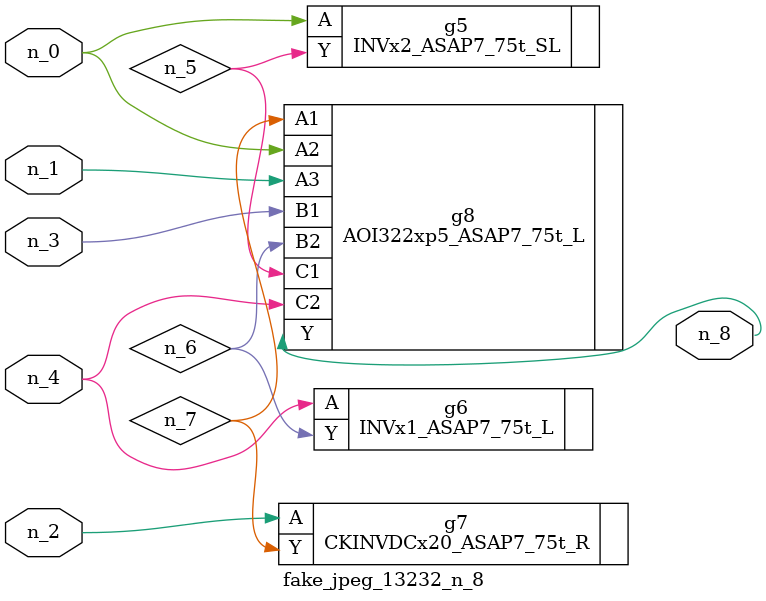
<source format=v>
module fake_jpeg_13232_n_8 (n_3, n_2, n_1, n_0, n_4, n_8);

input n_3;
input n_2;
input n_1;
input n_0;
input n_4;

output n_8;

wire n_6;
wire n_5;
wire n_7;

INVx2_ASAP7_75t_SL g5 ( 
.A(n_0),
.Y(n_5)
);

INVx1_ASAP7_75t_L g6 ( 
.A(n_4),
.Y(n_6)
);

CKINVDCx20_ASAP7_75t_R g7 ( 
.A(n_2),
.Y(n_7)
);

AOI322xp5_ASAP7_75t_L g8 ( 
.A1(n_7),
.A2(n_0),
.A3(n_1),
.B1(n_3),
.B2(n_6),
.C1(n_5),
.C2(n_4),
.Y(n_8)
);


endmodule
</source>
